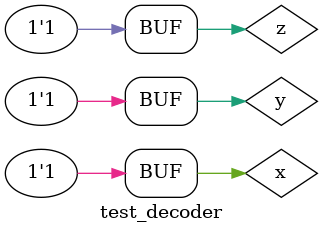
<source format=v>
module decoder_3to8(x1,y1,z1,out);
  output[7:0] out;
  input x1,y1,z1;
  
  wire x0, y0, z0;
  
  not xn(x0, x1);
  not yn(y0, y1);
  not zn(z0, z1);
  
  and a0(out[0], x0, y0, z0);
  and a1(out[1], x0, y0, z1);
  and a2(out[2], x0, y1, z0);
  and a3(out[3], x0, y1, z1);
  and a4(out[4], x1, y0, z0);
  and a5(out[5], x1, y0, z1);
  and a6(out[6], x1, y1, z0);
  and a7(out[7], x1, y1, z1);
  
endmodule

module test_decoder;
  reg x, y, z;
  wire [7:0] out;
  decoder_3to8 d (x,y,z,out);
  initial
    begin
      $monitor(,$time,"x:%b y:%b z:%b out:%b",x,y,z, out);
      #0 x=1'b0;y=1'b0;z=1'b0;
      #4 x=1'b0;y=1'b0;z=1'b1;
      #4 x=1'b0;y=1'b1;z=1'b0;
      #4 x=1'b0;y=1'b1;z=1'b1;
      #4 x=1'b1;y=1'b0;z=1'b0;
      #4 x=1'b1;y=1'b0;z=1'b1;
      #4 x=1'b1;y=1'b1;z=1'b0;
      #4 x=1'b1;y=1'b1;z=1'b1;
  end
endmodule
</source>
